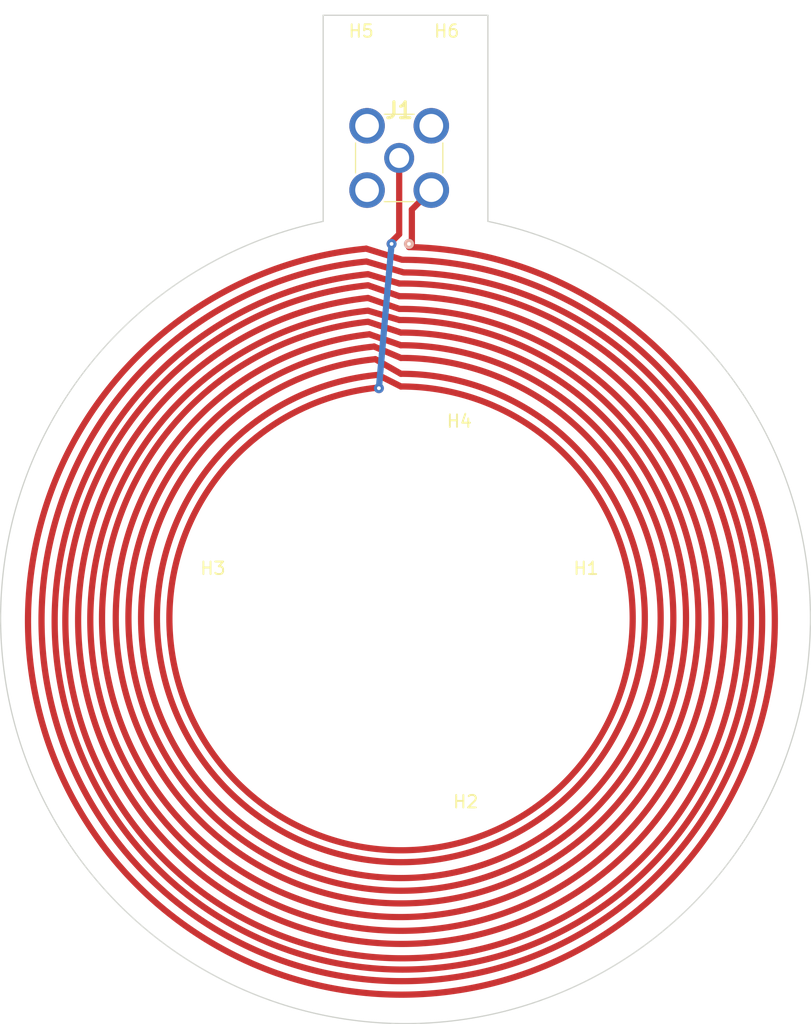
<source format=kicad_pcb>
(kicad_pcb (version 20221018) (generator pcbnew)
  (layers (0 "F.Cu" signal) (31 "B.Cu" signal) (34 "B.Paste" user) (35 "F.Paste" user) (36 "B.SilkS" user "B.Silkscreen") (37 "F.SilkS" user "F.Silkscreen") (38 "B.Mask" user) (39 "F.Mask" user) (44 "Edge.Cuts" user))
  (net 0 "")
  (net 2 "Net-(Tx1-Pad3)")
  (net 3 "Net-(Tx1-Pad1)")
  (footprint "library_components:BigHole" (layer "F.Cu") (at 129.794 104.762182)
    (fp_text reference "H9" (at 0 -14.478) (layer "F.SilkS"))
    (fp_text value "MountingHole")
    (pad "" np_thru_hole circle (at 0 0) (size 6 6) (drill 24.2) (layers "F&B.Cu" "*.Mask"))
  )
  (footprint "library_components:TxSense12" (layer "F.Cu") (at 129.945448 105.055207)
    (fp_text reference "Tx1" (at 0 -0.5 unlocked) (layer "F.SilkS"))
    (fp_text value "TxSense12")
    (fp_line (start -2.794 -29.718) (end 0.0635 -28.835409) (stroke (width 0.5)) (layer "F.Cu"))
    (fp_line (start -2.778465 -28.689182) (end 0.1905 -27.819409) (stroke (width 0.5)) (layer "F.Cu"))
    (fp_line (start -2.651465 -27.673182) (end -0.127 -26.924) (stroke (width 0.5)) (layer "F.Cu"))
    (fp_line (start -2.651465 -26.784182) (end -0.127 -25.908) (stroke (width 0.5)) (layer "F.Cu"))
    (fp_line (start -2.651465 -25.768182) (end -0.127 -24.892) (stroke (width 0.5)) (layer "F.Cu"))
    (fp_line (start -2.651465 -24.752182) (end -0.127 -24.003) (stroke (width 0.5)) (layer "F.Cu"))
    (fp_line (start -2.651465 -23.863182) (end -0.015535 -22.999818) (stroke (width 0.5)) (layer "F.Cu"))
    (fp_line (start -2.54 -22.86) (end -0.015535 -21.983818) (stroke (width 0.5)) (layer "F.Cu"))
    (fp_line (start -2.158778 -21.878421) (end -0.015535 -20.967818) (stroke (width 0.5)) (layer "F.Cu"))
    (fp_line (start -2.062661 -20.866971) (end -0.015535 -19.697818) (stroke (width 0.5)) (layer "F.Cu"))
    (fp_line (start -1.857394 -19.610897) (end -0.015535 -18.681818) (stroke (width 0.5)) (layer "F.Cu"))
    (fp_line (start 0.635 -30.099) (end 0.635 -29.845) (stroke (width 0.5)) (layer "F.Cu"))
    (fp_arc (start -0.127 -26.924) (mid 1.597589 27.074015) (end -2.651465 -26.784182) (stroke (width 0.5)) (layer "F.Cu"))
    (fp_arc (start -0.127 -25.908) (mid 1.477621 25.923999) (end -2.651465 -25.768182) (stroke (width 0.5)) (layer "F.Cu"))
    (fp_arc (start -0.127 -24.892) (mid 1.363286 24.875633) (end -2.651465 -24.752182) (stroke (width 0.5)) (layer "F.Cu"))
    (fp_arc (start -0.127 -24.003) (mid 1.253186 23.776747) (end -2.651465 -23.863182) (stroke (width 0.5)) (layer "F.Cu"))
    (fp_arc (start -0.015535 -22.999818) (mid 1.248634 22.685201) (end -2.54 -22.86) (stroke (width 0.5)) (layer "F.Cu"))
    (fp_arc (start -0.015535 -21.983818) (mid 1.057375 21.677817) (end -2.158778 -21.878421) (stroke (width 0.5)) (layer "F.Cu"))
    (fp_arc (start -0.015535 -20.967818) (mid 1.009263 20.662955) (end -2.062661 -20.866971) (stroke (width 0.5)) (layer "F.Cu"))
    (fp_arc (start -0.015535 -19.697818) (mid 0.906421 19.39644) (end -1.857394 -19.610897) (stroke (width 0.5)) (layer "F.Cu"))
    (fp_arc (start -0.015535 -18.681818) (mid 0.897989 18.443262) (end -1.785191 -18.595996) (stroke (width 0.5)) (layer "F.Cu"))
    (fp_arc (start 0.127 -28.829) (mid 1.449635 28.913968) (end -2.778465 -28.689182) (stroke (width 0.5)) (layer "F.Cu"))
    (fp_arc (start 0.254 -27.813) (mid 1.483069 27.985657) (end -2.651465 -27.673182) (stroke (width 0.5)) (layer "F.Cu"))
    (fp_arc (start 0.635 -29.845) (mid 1.134881 30.006809) (end -2.794 -29.718) (stroke (width 0.5)) (layer "F.Cu"))
    (fp_line (start -0.762 -30.099) (end -1.778 -18.542) (stroke (width 0.5)) (layer "B.Cu"))
    (pad "1" thru_hole circle (at 0.635 -30.099) (size 0.8 0.8) (drill 0.3) (layers "*.Cu" "*.Mask" "B.SilkS") (net 3 "Net-(Tx1-Pad1)"))
    (pad "2" thru_hole circle (at -1.778 -18.542) (size 0.8 0.8) (drill 0.3) (layers "*.Cu" "*.Mask"))
    (pad "3" thru_hole circle (at -0.762 -30.099) (size 0.8 0.8) (drill 0.3) (layers "*.Cu" "*.Mask") (net 2 "Net-(Tx1-Pad3)"))
  )
  (footprint "MountingHole:MountingHole_3mm" (layer "F.Cu") (at 133.604 60.198)
    (fp_text reference "H6" (at 0 -2.286) (layer "F.SilkS"))
    (fp_text value "MountingHole")
    (pad "" np_thru_hole circle (at 0 0) (size 3 3) (drill 3) (layers "*.Cu" "*.Mask"))
  )
  (footprint "MountingHole:MountingHole_3mm" (layer "F.Cu") (at 129.968924 119.5578)
    (fp_text reference "H2" (at 5.159076 0.0762) (layer "F.SilkS"))
    (fp_text value "MountingHole")
    (pad "" np_thru_hole circle (at 0 0) (size 3 3) (drill 3) (layers "*.Cu" "*.Mask"))
  )
  (footprint "SamacSys_Parts:PCBSMAFRAHT" (layer "F.Cu") (at 129.794 68.072)
    (fp_text reference "J1" (at 0 -3.8) (layer "F.SilkS") (effects (font (size 1.27 1.27) (thickness 0.254))))
    (fp_text value "PCB.SMAFRA.HT" hide)
    (fp_line (start -3.5 -1.2) (end -3.5 1.2) (stroke (width 0.1)) (layer "F.SilkS"))
    (fp_line (start -1.2 -3.5) (end 1.2 -3.5) (stroke (width 0.1)) (layer "F.SilkS"))
    (fp_line (start -1.2 3.5) (end 1.2 3.5) (stroke (width 0.1)) (layer "F.SilkS"))
    (fp_line (start 3.5 1.2) (end 3.5 -1.2) (stroke (width 0.1)) (layer "F.SilkS"))
    (pad "1" thru_hole circle (at 0 0) (size 2.4 2.4) (drill 1.6) (layers "*.Cu" "*.Mask") (net 2 "Net-(Tx1-Pad3)"))
    (pad "2" thru_hole circle (at -2.575 -2.575) (size 2.85 2.85) (drill 1.9) (layers "*.Cu" "*.Mask") (net 3 "Net-(Tx1-Pad1)"))
    (pad "3" thru_hole circle (at -2.575 2.575) (size 2.85 2.85) (drill 1.9) (layers "*.Cu" "*.Mask") (net 3 "Net-(Tx1-Pad1)"))
    (pad "4" thru_hole circle (at 2.575 2.575) (size 2.85 2.85) (drill 1.9) (layers "*.Cu" "*.Mask") (net 3 "Net-(Tx1-Pad1)"))
    (pad "5" thru_hole circle (at 2.575 -2.575) (size 2.85 2.85) (drill 1.9) (layers "*.Cu" "*.Mask") (net 3 "Net-(Tx1-Pad1)"))
  )
  (footprint "MountingHole:MountingHole_3mm" (layer "F.Cu") (at 127 60.198)
    (fp_text reference "H5" (at -0.254 -2.286) (layer "F.SilkS"))
    (fp_text value "MountingHole")
    (pad "" np_thru_hole circle (at 0 0) (size 3 3) (drill 3) (layers "*.Cu" "*.Mask"))
  )
  (footprint "MountingHole:MountingHole_3mm" (layer "F.Cu") (at 114.8588 104.940728)
    (fp_text reference "H3" (at 0 -4) (layer "F.SilkS"))
    (fp_text value "MountingHole")
    (pad "" np_thru_hole circle (at 0 0) (size 3 3) (drill 3) (layers "*.Cu" "*.Mask"))
  )
  (footprint "MountingHole:MountingHole_3mm" (layer "F.Cu") (at 129.953383 90.0684)
    (fp_text reference "H4" (at 4.666617 -0.9144) (layer "F.SilkS"))
    (fp_text value "MountingHole")
    (pad "" np_thru_hole circle (at 0 0) (size 3 3) (drill 3) (layers "*.Cu" "*.Mask"))
  )
  (footprint "MountingHole:MountingHole_3mm" (layer "F.Cu") (at 144.78 104.940728)
    (fp_text reference "H1" (at 0 -4) (layer "F.SilkS"))
    (fp_text value "MountingHole")
    (pad "" np_thru_hole circle (at 0 0) (size 3 3) (drill 3) (layers "*.Cu" "*.Mask"))
  )
  (gr_line (start 123.698 56.642) (end 136.906 56.642) (stroke (width 0.1)) (layer "Edge.Cuts"))
  (gr_line (start 123.698 73.152) (end 123.698 56.642) (stroke (width 0.1)) (layer "Edge.Cuts"))
  (gr_arc (start 136.906 73.152) (mid 130.302 137.400708) (end 123.698 73.152) (stroke (width 0.1)) (layer "Edge.Cuts"))
  (gr_line (start 136.906 56.642) (end 136.906 73.152) (stroke (width 0.1)) (layer "Edge.Cuts"))
  (segment (start 129.286 74.686) (end 129.032 74.94) (width 0.5) (layer "F.Cu") (net 2))
  (segment (start 129.794 68.072) (end 129.794 74.178) (width 0.5) (layer "F.Cu") (net 2))
  (segment (start 129.794 74.178) (end 129.286 74.686) (width 0.5) (layer "F.Cu") (net 2))
  (segment (start 130.81 72.206) (end 130.81 74.94) (width 0.5) (layer "F.Cu") (net 3))
  (segment (start 132.369 70.647) (end 130.81 72.206) (width 0.5) (layer "F.Cu") (net 3))
)
</source>
